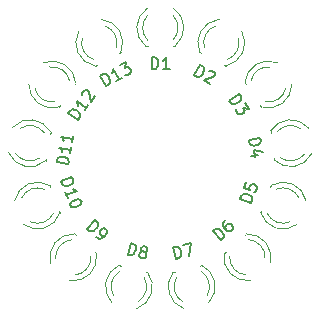
<source format=gbr>
G04 #@! TF.GenerationSoftware,KiCad,Pcbnew,(5.1.5)-3*
G04 #@! TF.CreationDate,2020-05-18T23:05:03-04:00*
G04 #@! TF.ProjectId,Union_Circle,556e696f-6e5f-4436-9972-636c652e6b69,rev?*
G04 #@! TF.SameCoordinates,Original*
G04 #@! TF.FileFunction,Legend,Top*
G04 #@! TF.FilePolarity,Positive*
%FSLAX46Y46*%
G04 Gerber Fmt 4.6, Leading zero omitted, Abs format (unit mm)*
G04 Created by KiCad (PCBNEW (5.1.5)-3) date 2020-05-18 23:05:03*
%MOMM*%
%LPD*%
G04 APERTURE LIST*
%ADD10C,0.120000*%
%ADD11C,0.150000*%
%ADD12C,1.702000*%
%ADD13C,1.902000*%
%ADD14R,1.902000X1.902000*%
%ADD15C,0.100000*%
G04 APERTURE END LIST*
D10*
X101079837Y-87843870D02*
G75*
G02X101080000Y-89925961I-1079837J-1041130D01*
G01*
X98920163Y-87843870D02*
G75*
G03X98920000Y-89925961I1079837J-1041130D01*
G01*
X101078608Y-87212665D02*
G75*
G02X101235516Y-90445000I-1078608J-1672335D01*
G01*
X98921392Y-87212665D02*
G75*
G03X98764484Y-90445000I1078608J-1672335D01*
G01*
X101080000Y-90445000D02*
X101236000Y-90445000D01*
X98764000Y-90445000D02*
X98920000Y-90445000D01*
X106605442Y-89738344D02*
G75*
G02X105637743Y-91581890I-1440042J-419856D01*
G01*
X104693280Y-88734436D02*
G75*
G03X103725292Y-90577831I472120J-1423764D01*
G01*
X106897765Y-89178908D02*
G75*
G02X105534164Y-92113734I-1732365J-979292D01*
G01*
X104987779Y-88176143D02*
G75*
G03X103346328Y-90965094I177621J-1982057D01*
G01*
X105396472Y-92041443D02*
X105534593Y-92113959D01*
X103345900Y-90964869D02*
X103484021Y-91037385D01*
X107161552Y-93554440D02*
X107250136Y-93682849D01*
X108476679Y-95460824D02*
X108565262Y-95589233D01*
X109911579Y-91848533D02*
G75*
G03X107161827Y-93554838I-764079J-1837467D01*
G01*
X111136541Y-93624217D02*
G75*
G02X108564987Y-95588834I-1989041J-61783D01*
G01*
X109391313Y-92205948D02*
G75*
G03X107677376Y-93388116I-243813J-1480052D01*
G01*
X110617671Y-93983654D02*
G75*
G02X108903918Y-95166090I-1470171J297654D01*
G01*
X109336809Y-97620565D02*
X109355551Y-97775436D01*
X109615046Y-99919791D02*
X109633788Y-100074662D01*
X112564642Y-97388495D02*
G75*
G03X109336868Y-97621046I-1530642J-1271705D01*
G01*
X112823803Y-99530087D02*
G75*
G02X109633730Y-100074181I-1789803J869887D01*
G01*
X111937861Y-97463107D02*
G75*
G03X109870831Y-97713080I-903861J-1197093D01*
G01*
X112197318Y-99607138D02*
G75*
G02X110130326Y-99857436I-1163318J946938D01*
G01*
X109373284Y-102231989D02*
X109317887Y-102377821D01*
X108550856Y-104397045D02*
X108495460Y-104542878D01*
X112339063Y-103526947D02*
G75*
G03X109373112Y-102232441I-1946363J-414453D01*
G01*
X111573020Y-105543569D02*
G75*
G02X108495632Y-104542425I-1180320J1602169D01*
G01*
X111749433Y-103301653D02*
G75*
G03X109803098Y-102562136I-1356733J-639747D01*
G01*
X110982517Y-105320572D02*
G75*
G02X109036067Y-104581359I-589817J1379172D01*
G01*
X107251723Y-109814982D02*
G75*
G02X105871966Y-108255696I118877J1495282D01*
G01*
X108869224Y-108383939D02*
G75*
G03X107489711Y-106824437I-1498624J64239D01*
G01*
X107670893Y-110286912D02*
G75*
G02X105411566Y-107970007I-300293J1967212D01*
G01*
X109286552Y-108857498D02*
G75*
G03X107262260Y-106332651I-1915952J537798D01*
G01*
X105528041Y-107866959D02*
X105411203Y-107970327D01*
X107262622Y-106332331D02*
X107145785Y-106435699D01*
X101861893Y-112062049D02*
G75*
G02X101361558Y-110040968I798107J1270049D01*
G01*
X103958324Y-111543235D02*
G75*
G03X103458306Y-109522076I-1298324J751235D01*
G01*
X102014719Y-112674474D02*
G75*
G02X101085909Y-109574488I645281J1882474D01*
G01*
X104108765Y-112156251D02*
G75*
G03X103484580Y-108980877I-1448765J1364251D01*
G01*
X101236870Y-109537129D02*
X101085439Y-109574604D01*
X103485050Y-108980760D02*
X103333618Y-109018236D01*
X96042989Y-111545500D02*
G75*
G02X96539479Y-109523471I1297011J753500D01*
G01*
X98140323Y-112060654D02*
G75*
G03X98637129Y-110038703I-800323J1268654D01*
G01*
X95893619Y-112158778D02*
G75*
G02X96512260Y-108982319I1446381J1366778D01*
G01*
X97988566Y-112673346D02*
G75*
G03X98911964Y-109571742I-648566J1881346D01*
G01*
X96663287Y-109019414D02*
X96511790Y-108982203D01*
X98912434Y-109571858D02*
X98760937Y-109534647D01*
X94588797Y-107980327D02*
X94471959Y-107876959D01*
X92854215Y-106445699D02*
X92737378Y-106342331D01*
X92329107Y-110296912D02*
G75*
G03X94588434Y-107980007I300293J1967212D01*
G01*
X90713448Y-108867498D02*
G75*
G02X92737740Y-106342651I1915952J537798D01*
G01*
X92748277Y-109824982D02*
G75*
G03X94128034Y-108265696I-118877J1495282D01*
G01*
X91130776Y-108393939D02*
G75*
G02X92510289Y-106834437I1498624J64239D01*
G01*
X91504540Y-104542878D02*
X91449144Y-104397045D01*
X90682113Y-102377821D02*
X90626716Y-102231989D01*
X88426980Y-105543569D02*
G75*
G03X91504368Y-104542425I1180320J1602169D01*
G01*
X87660937Y-103526947D02*
G75*
G02X90626888Y-102232441I1946363J-414453D01*
G01*
X89017483Y-105320572D02*
G75*
G03X90963933Y-104581359I589817J1379172D01*
G01*
X88250567Y-103301653D02*
G75*
G02X90196902Y-102562136I1356733J-639747D01*
G01*
X90290266Y-100146005D02*
X90317087Y-99992327D01*
X90688454Y-97864491D02*
X90715275Y-97710814D01*
X87133123Y-99435224D02*
G75*
G03X90290349Y-100145528I1832877J775024D01*
G01*
X87504012Y-97310130D02*
G75*
G02X90715192Y-97711291I1461988J-1350070D01*
G01*
X87754718Y-99544957D02*
G75*
G03X89805777Y-99903090I1211282J884757D01*
G01*
X88126028Y-97417442D02*
G75*
G02X90177144Y-97775253I839972J-1242758D01*
G01*
X90608687Y-92205948D02*
G75*
G02X92322624Y-93388116I243813J-1480052D01*
G01*
X89382329Y-93983654D02*
G75*
G03X91096082Y-95166090I1470171J297654D01*
G01*
X90088421Y-91848533D02*
G75*
G02X92838173Y-93554838I764079J-1837467D01*
G01*
X88863459Y-93624217D02*
G75*
G03X91435013Y-95588834I1989041J-61783D01*
G01*
X92749864Y-93682849D02*
X92838448Y-93554440D01*
X91434738Y-95589233D02*
X91523321Y-95460824D01*
X95306720Y-88734436D02*
G75*
G02X96274708Y-90577831I-472120J-1423764D01*
G01*
X93394558Y-89738344D02*
G75*
G03X94362257Y-91581890I1440042J-419856D01*
G01*
X95012221Y-88176143D02*
G75*
G02X96653672Y-90965094I-177621J-1982057D01*
G01*
X93102235Y-89178908D02*
G75*
G03X94465836Y-92113734I1732365J-979292D01*
G01*
X96515979Y-91037385D02*
X96654100Y-90964869D01*
X94465407Y-92113959D02*
X94603528Y-92041443D01*
D11*
X99261904Y-92385380D02*
X99261904Y-91385380D01*
X99500000Y-91385380D01*
X99642857Y-91433000D01*
X99738095Y-91528238D01*
X99785714Y-91623476D01*
X99833333Y-91813952D01*
X99833333Y-91956809D01*
X99785714Y-92147285D01*
X99738095Y-92242523D01*
X99642857Y-92337761D01*
X99500000Y-92385380D01*
X99261904Y-92385380D01*
X100785714Y-92385380D02*
X100214285Y-92385380D01*
X100500000Y-92385380D02*
X100500000Y-91385380D01*
X100404761Y-91528238D01*
X100309523Y-91623476D01*
X100214285Y-91671095D01*
X102884770Y-92914317D02*
X103349612Y-92028923D01*
X103560420Y-92139600D01*
X103664770Y-92248168D01*
X103704822Y-92376762D01*
X103702713Y-92483220D01*
X103656333Y-92674002D01*
X103589927Y-92800487D01*
X103459224Y-92946998D01*
X103372792Y-93009186D01*
X103244198Y-93049238D01*
X103095578Y-93024994D01*
X102884770Y-92914317D01*
X104148573Y-92555953D02*
X104212870Y-92535927D01*
X104319329Y-92538036D01*
X104530137Y-92648713D01*
X104592325Y-92735145D01*
X104612351Y-92799442D01*
X104610242Y-92905901D01*
X104565971Y-92990224D01*
X104457404Y-93094573D01*
X103685840Y-93334888D01*
X104233941Y-93622648D01*
X105847086Y-95066116D02*
X106670222Y-94498272D01*
X106805423Y-94694257D01*
X106847346Y-94838888D01*
X106823033Y-94971363D01*
X106771679Y-95064640D01*
X106641931Y-95211998D01*
X106524340Y-95293118D01*
X106340512Y-95362082D01*
X106235078Y-95376965D01*
X106102604Y-95352652D01*
X105982286Y-95262101D01*
X105847086Y-95066116D01*
X107183985Y-95243015D02*
X107535508Y-95752575D01*
X107032651Y-95694518D01*
X107113771Y-95812109D01*
X107128655Y-95917543D01*
X107116498Y-95983780D01*
X107065144Y-96077058D01*
X106869159Y-96212258D01*
X106763725Y-96227142D01*
X106697488Y-96214985D01*
X106604211Y-96163631D01*
X106441969Y-95928449D01*
X106427086Y-95823015D01*
X106439243Y-95756778D01*
X107470299Y-98347975D02*
X108463056Y-98227838D01*
X108491660Y-98464209D01*
X108461548Y-98611752D01*
X108378441Y-98717742D01*
X108289614Y-98776458D01*
X108106238Y-98846615D01*
X107964416Y-98863777D01*
X107769598Y-98839386D01*
X107669329Y-98803554D01*
X107563339Y-98720447D01*
X107498903Y-98584345D01*
X107470299Y-98347975D01*
X108303761Y-99686108D02*
X107641923Y-99766199D01*
X108653350Y-99403971D02*
X107915634Y-99253412D01*
X107990004Y-99867976D01*
X107704145Y-103709668D02*
X106769319Y-103354561D01*
X106853869Y-103131983D01*
X106949114Y-103015346D01*
X107071964Y-102960135D01*
X107177905Y-102949439D01*
X107372877Y-102972563D01*
X107506424Y-103023293D01*
X107667576Y-103135448D01*
X107739697Y-103213783D01*
X107794908Y-103336634D01*
X107788694Y-103487090D01*
X107704145Y-103709668D01*
X107293525Y-101974580D02*
X107124426Y-102419735D01*
X107552672Y-102633349D01*
X107525066Y-102571924D01*
X107514370Y-102465983D01*
X107598919Y-102243405D01*
X107677255Y-102171284D01*
X107738680Y-102143678D01*
X107844621Y-102132983D01*
X108067198Y-102217532D01*
X108139320Y-102295867D01*
X108166925Y-102357292D01*
X108177621Y-102463233D01*
X108093072Y-102685811D01*
X108014737Y-102757932D01*
X107953311Y-102785538D01*
X105097890Y-106864773D02*
X104435269Y-106115817D01*
X104613592Y-105958050D01*
X104752139Y-105899055D01*
X104886575Y-105907277D01*
X104985346Y-105947053D01*
X105147224Y-106058158D01*
X105241884Y-106165151D01*
X105332433Y-106339363D01*
X105359875Y-106442245D01*
X105351653Y-106576681D01*
X105276212Y-106707006D01*
X105097890Y-106864773D01*
X105505206Y-105169217D02*
X105362548Y-105295430D01*
X105322772Y-105394201D01*
X105318661Y-105461419D01*
X105341992Y-105631520D01*
X105432541Y-105805731D01*
X105684967Y-106091048D01*
X105783739Y-106130823D01*
X105850956Y-106134935D01*
X105953839Y-106107492D01*
X106096497Y-105981279D01*
X106136273Y-105882508D01*
X106140384Y-105815290D01*
X106112942Y-105712408D01*
X105955175Y-105534085D01*
X105856404Y-105494309D01*
X105789186Y-105490198D01*
X105686304Y-105517640D01*
X105543646Y-105643853D01*
X105503870Y-105742624D01*
X105499759Y-105809842D01*
X105527201Y-105912725D01*
X101319978Y-108449700D02*
X101079750Y-107478984D01*
X101310873Y-107421787D01*
X101460986Y-107433693D01*
X101576314Y-107503263D01*
X101645418Y-107584273D01*
X101737400Y-107757732D01*
X101771718Y-107896406D01*
X101771251Y-108092744D01*
X101747906Y-108196632D01*
X101678335Y-108311960D01*
X101551101Y-108392503D01*
X101319978Y-108449700D01*
X101958017Y-107261635D02*
X102605161Y-107101483D01*
X102429368Y-108175154D01*
X97242352Y-108095245D02*
X97480885Y-107124110D01*
X97712108Y-107180904D01*
X97839483Y-107261225D01*
X97909254Y-107376431D01*
X97932781Y-107480279D01*
X97933591Y-107676616D01*
X97899514Y-107815349D01*
X97807835Y-107988968D01*
X97738873Y-108070099D01*
X97623667Y-108139870D01*
X97473574Y-108152038D01*
X97242352Y-108095245D01*
X98488525Y-107812921D02*
X98407394Y-107743959D01*
X98372509Y-107686355D01*
X98348981Y-107582508D01*
X98360340Y-107536263D01*
X98429302Y-107455133D01*
X98486905Y-107420247D01*
X98590753Y-107396720D01*
X98775731Y-107442155D01*
X98856861Y-107511117D01*
X98891747Y-107568720D01*
X98915274Y-107672568D01*
X98903915Y-107718812D01*
X98834953Y-107799943D01*
X98777350Y-107834828D01*
X98673502Y-107858355D01*
X98488525Y-107812921D01*
X98384677Y-107836448D01*
X98327074Y-107871333D01*
X98258112Y-107952464D01*
X98212677Y-108137442D01*
X98236204Y-108241289D01*
X98271089Y-108298892D01*
X98352220Y-108367854D01*
X98537198Y-108413289D01*
X98641045Y-108389762D01*
X98698649Y-108354877D01*
X98767611Y-108273746D01*
X98813045Y-108088768D01*
X98789518Y-107984921D01*
X98754633Y-107927317D01*
X98673502Y-107858355D01*
X93796508Y-105896619D02*
X94459128Y-105147663D01*
X94637451Y-105305430D01*
X94712891Y-105435755D01*
X94721114Y-105570190D01*
X94693672Y-105673073D01*
X94603123Y-105847284D01*
X94508463Y-105954278D01*
X94346585Y-106065383D01*
X94247814Y-106105159D01*
X94113378Y-106113381D01*
X93974831Y-106054386D01*
X93796508Y-105896619D01*
X94581128Y-106590792D02*
X94723787Y-106717006D01*
X94826669Y-106744448D01*
X94893887Y-106740337D01*
X95059876Y-106696450D01*
X95221754Y-106585345D01*
X95474181Y-106300028D01*
X95501623Y-106197146D01*
X95497512Y-106129928D01*
X95457736Y-106031157D01*
X95315078Y-105904943D01*
X95212195Y-105877501D01*
X95144977Y-105881613D01*
X95046206Y-105921388D01*
X94888439Y-106099711D01*
X94860997Y-106202594D01*
X94865108Y-106269811D01*
X94904884Y-106368583D01*
X95047542Y-106494796D01*
X95150425Y-106522238D01*
X95217643Y-106518127D01*
X95316414Y-106478351D01*
X91602550Y-101884532D02*
X92537376Y-101529425D01*
X92621925Y-101752002D01*
X92628139Y-101902459D01*
X92572928Y-102025309D01*
X92500806Y-102103645D01*
X92339654Y-102215799D01*
X92206108Y-102266529D01*
X92011136Y-102289653D01*
X91905195Y-102278957D01*
X91782344Y-102223746D01*
X91687099Y-102107109D01*
X91602550Y-101884532D01*
X92143665Y-103309028D02*
X91940747Y-102774842D01*
X92042206Y-103041935D02*
X92977032Y-102686828D01*
X92809666Y-102648526D01*
X92686815Y-102593315D01*
X92608480Y-102521194D01*
X93298319Y-103532623D02*
X93332139Y-103621654D01*
X93321443Y-103727594D01*
X93293837Y-103789020D01*
X93221716Y-103867355D01*
X93060564Y-103979510D01*
X92837986Y-104064059D01*
X92643015Y-104087183D01*
X92537074Y-104076487D01*
X92475648Y-104048882D01*
X92397313Y-103976761D01*
X92363493Y-103887730D01*
X92374189Y-103781789D01*
X92401795Y-103720363D01*
X92473916Y-103642028D01*
X92635068Y-103529873D01*
X92857646Y-103445324D01*
X93052618Y-103422200D01*
X93158558Y-103432896D01*
X93219984Y-103460501D01*
X93298319Y-103532623D01*
X92205486Y-100458221D02*
X91220377Y-100286292D01*
X91261312Y-100051742D01*
X91332784Y-99919199D01*
X91442978Y-99841754D01*
X91544985Y-99811218D01*
X91740812Y-99797056D01*
X91881542Y-99821618D01*
X92060994Y-99901276D01*
X92146627Y-99964560D01*
X92224073Y-100074754D01*
X92246422Y-100223671D01*
X92205486Y-100458221D01*
X92467473Y-98957102D02*
X92369228Y-99520022D01*
X92418351Y-99238562D02*
X91433241Y-99066633D01*
X91557597Y-99185014D01*
X91635043Y-99295208D01*
X91665579Y-99397215D01*
X92631215Y-98018903D02*
X92532970Y-98581822D01*
X92582093Y-98300363D02*
X91596983Y-98128434D01*
X91721339Y-98246815D01*
X91798785Y-98357009D01*
X91829321Y-98459016D01*
X93044266Y-96673192D02*
X92221130Y-96105348D01*
X92356331Y-95909363D01*
X92476648Y-95818813D01*
X92609122Y-95794499D01*
X92714557Y-95809382D01*
X92898385Y-95878346D01*
X93015976Y-95959467D01*
X93145723Y-96106824D01*
X93197077Y-96200102D01*
X93221391Y-96332576D01*
X93179467Y-96477207D01*
X93044266Y-96673192D01*
X93909552Y-95418889D02*
X93585070Y-95889253D01*
X93747311Y-95654071D02*
X92924174Y-95086227D01*
X92987685Y-95245741D01*
X93011999Y-95378216D01*
X92997115Y-95483650D01*
X93381131Y-94591550D02*
X93368974Y-94525313D01*
X93383857Y-94419878D01*
X93519058Y-94223894D01*
X93612336Y-94172540D01*
X93678573Y-94160383D01*
X93784007Y-94175266D01*
X93862401Y-94229347D01*
X93952952Y-94349664D01*
X94098833Y-95144510D01*
X94450355Y-94634949D01*
X95386603Y-93821866D02*
X94921761Y-92936472D01*
X95132569Y-92825795D01*
X95281189Y-92801551D01*
X95409783Y-92841604D01*
X95496216Y-92903791D01*
X95626919Y-93050303D01*
X95693325Y-93176787D01*
X95739704Y-93367569D01*
X95741813Y-93474028D01*
X95701761Y-93602621D01*
X95597411Y-93711189D01*
X95386603Y-93821866D01*
X96735775Y-93113535D02*
X96229835Y-93379159D01*
X96482805Y-93246347D02*
X96017963Y-92360953D01*
X96000046Y-92531709D01*
X95959993Y-92660303D01*
X95897805Y-92746735D01*
X96566064Y-92073194D02*
X97114165Y-91785435D01*
X96996116Y-92277675D01*
X97122601Y-92211269D01*
X97229059Y-92209160D01*
X97293356Y-92229186D01*
X97379789Y-92291374D01*
X97490465Y-92502182D01*
X97492574Y-92608640D01*
X97472548Y-92672937D01*
X97410360Y-92759370D01*
X97157391Y-92892182D01*
X97050932Y-92894291D01*
X96986635Y-92874264D01*
%LPC*%
D12*
X115000000Y-88828950D03*
X116464466Y-110635566D03*
X83000000Y-109171100D03*
D13*
X100000000Y-87615000D03*
D14*
X100000000Y-90155000D03*
D13*
X105755749Y-89033750D03*
D15*
G36*
X104974996Y-92566724D02*
G01*
X103290977Y-91682595D01*
X104175106Y-89998576D01*
X105859125Y-90882705D01*
X104974996Y-92566724D01*
G37*
G36*
X107859334Y-95729984D02*
G01*
X106779295Y-94164379D01*
X108344900Y-93084340D01*
X109424939Y-94649945D01*
X107859334Y-95729984D01*
G37*
D13*
X110192883Y-92964838D03*
D15*
G36*
X108943336Y-99871136D02*
G01*
X108714836Y-97982912D01*
X110603060Y-97754412D01*
X110831560Y-99642636D01*
X108943336Y-99871136D01*
G37*
D13*
X112294802Y-98507626D03*
D15*
G36*
X107978745Y-104041726D02*
G01*
X108654159Y-102263688D01*
X110432197Y-102939102D01*
X109756783Y-104717140D01*
X107978745Y-104041726D01*
G37*
D13*
X111579929Y-104392386D03*
X108212127Y-109270874D03*
D15*
G36*
X105186664Y-107286421D02*
G01*
X106611178Y-106026117D01*
X107871482Y-107450631D01*
X106446968Y-108710935D01*
X105186664Y-107286421D01*
G37*
D13*
X102965090Y-112024810D03*
D15*
G36*
X101203302Y-108864495D02*
G01*
X103049605Y-108407582D01*
X103506518Y-110253885D01*
X101660215Y-110710798D01*
X101203302Y-108864495D01*
G37*
D13*
X97037063Y-112025341D03*
D15*
G36*
X96946234Y-108408265D02*
G01*
X98793331Y-108861956D01*
X98339640Y-110709053D01*
X96492543Y-110255362D01*
X96946234Y-108408265D01*
G37*
G36*
X93388822Y-106036117D02*
G01*
X94813336Y-107296421D01*
X93553032Y-108720935D01*
X92128518Y-107460631D01*
X93388822Y-106036117D01*
G37*
D13*
X91787873Y-109280874D03*
D15*
G36*
X91345841Y-102263688D02*
G01*
X92021255Y-104041726D01*
X90243217Y-104717140D01*
X89567803Y-102939102D01*
X91345841Y-102263688D01*
G37*
D13*
X88420071Y-104392386D03*
D15*
G36*
X91317433Y-98105216D02*
G01*
X90990423Y-99978894D01*
X89116745Y-99651884D01*
X89443755Y-97778206D01*
X91317433Y-98105216D01*
G37*
D13*
X87714911Y-98441850D03*
X89807117Y-92964838D03*
D15*
G36*
X93220705Y-94164379D02*
G01*
X92140666Y-95729984D01*
X90575061Y-94649945D01*
X91655100Y-93084340D01*
X93220705Y-94164379D01*
G37*
D13*
X94244251Y-89033750D03*
D15*
G36*
X96709023Y-91682595D02*
G01*
X95025004Y-92566724D01*
X94140875Y-90882705D01*
X95824894Y-89998576D01*
X96709023Y-91682595D01*
G37*
M02*

</source>
